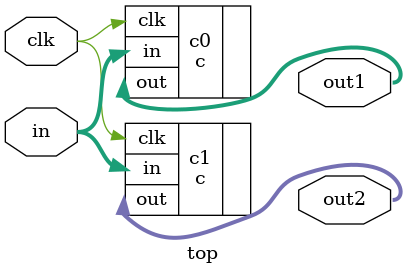
<source format=v>
`include "defines.v"

module top(in,
           out1,
           out2,
           clk);
// Location of source csl unit: file name = multiple_units2.csl line number = 34
  input [3 - 1:0] in;
  input clk;
  output [3 - 1:0] out1;
  output [3 - 1:0] out2;
  c c0(.clk(clk),
       .in(in),
       .out(out1));
  c c1(.clk(clk),
       .in(in),
       .out(out2));
  `include "top.logic.vh"
endmodule


</source>
